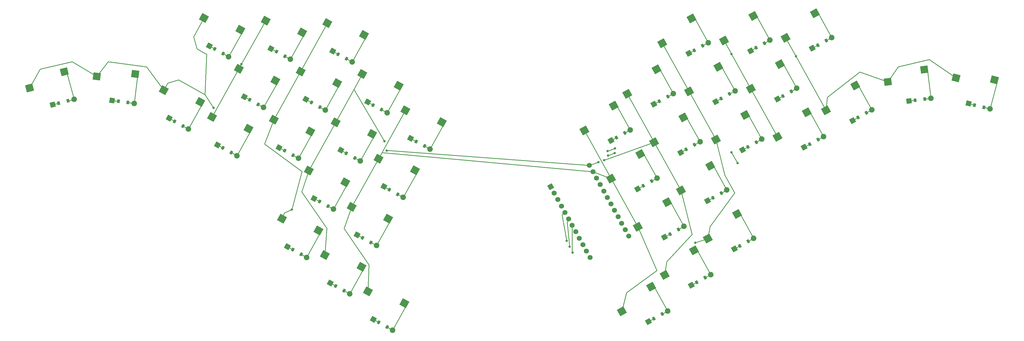
<source format=gbr>
%TF.GenerationSoftware,KiCad,Pcbnew,8.0.8-2.fc41*%
%TF.CreationDate,2025-01-20T23:27:37+01:00*%
%TF.ProjectId,laserraven_traced_and_silked_screws,6c617365-7272-4617-9665-6e5f74726163,1.0.0*%
%TF.SameCoordinates,Original*%
%TF.FileFunction,Copper,L2,Bot*%
%TF.FilePolarity,Positive*%
%FSLAX46Y46*%
G04 Gerber Fmt 4.6, Leading zero omitted, Abs format (unit mm)*
G04 Created by KiCad (PCBNEW 8.0.8-2.fc41) date 2025-01-20 23:27:37*
%MOMM*%
%LPD*%
G01*
G04 APERTURE LIST*
G04 Aperture macros list*
%AMRotRect*
0 Rectangle, with rotation*
0 The origin of the aperture is its center*
0 $1 length*
0 $2 width*
0 $3 Rotation angle, in degrees counterclockwise*
0 Add horizontal line*
21,1,$1,$2,0,0,$3*%
G04 Aperture macros list end*
%TA.AperFunction,SMDPad,CuDef*%
%ADD10RotRect,2.550000X2.500000X331.000000*%
%TD*%
%TA.AperFunction,ComponentPad*%
%ADD11RotRect,1.778000X1.778000X331.000000*%
%TD*%
%TA.AperFunction,SMDPad,CuDef*%
%ADD12RotRect,0.900000X1.200000X331.000000*%
%TD*%
%TA.AperFunction,ComponentPad*%
%ADD13C,1.905000*%
%TD*%
%TA.AperFunction,ComponentPad*%
%ADD14RotRect,1.778000X1.778000X29.000000*%
%TD*%
%TA.AperFunction,SMDPad,CuDef*%
%ADD15RotRect,0.900000X1.200000X29.000000*%
%TD*%
%TA.AperFunction,SMDPad,CuDef*%
%ADD16RotRect,2.550000X2.500000X29.000000*%
%TD*%
%TA.AperFunction,SMDPad,CuDef*%
%ADD17RotRect,2.550000X2.500000X14.000000*%
%TD*%
%TA.AperFunction,SMDPad,CuDef*%
%ADD18RotRect,2.550000X2.500000X7.500000*%
%TD*%
%TA.AperFunction,ComponentPad*%
%ADD19RotRect,1.778000X1.778000X352.500000*%
%TD*%
%TA.AperFunction,SMDPad,CuDef*%
%ADD20RotRect,0.900000X1.200000X352.500000*%
%TD*%
%TA.AperFunction,SMDPad,CuDef*%
%ADD21RotRect,2.550000X2.500000X346.000000*%
%TD*%
%TA.AperFunction,ComponentPad*%
%ADD22RotRect,1.778000X1.778000X14.000000*%
%TD*%
%TA.AperFunction,SMDPad,CuDef*%
%ADD23RotRect,0.900000X1.200000X14.000000*%
%TD*%
%TA.AperFunction,ComponentPad*%
%ADD24RotRect,1.752600X1.752600X299.000000*%
%TD*%
%TA.AperFunction,ComponentPad*%
%ADD25C,1.752600*%
%TD*%
%TA.AperFunction,SMDPad,CuDef*%
%ADD26RotRect,2.550000X2.500000X352.500000*%
%TD*%
%TA.AperFunction,ComponentPad*%
%ADD27RotRect,1.778000X1.778000X7.500000*%
%TD*%
%TA.AperFunction,SMDPad,CuDef*%
%ADD28RotRect,0.900000X1.200000X7.500000*%
%TD*%
%TA.AperFunction,ComponentPad*%
%ADD29RotRect,1.778000X1.778000X346.000000*%
%TD*%
%TA.AperFunction,SMDPad,CuDef*%
%ADD30RotRect,0.900000X1.200000X346.000000*%
%TD*%
%TA.AperFunction,ViaPad*%
%ADD31C,0.800000*%
%TD*%
%TA.AperFunction,Conductor*%
%ADD32C,0.250000*%
%TD*%
G04 APERTURE END LIST*
D10*
%TO.P,S12,1*%
%TO.N,P1*%
X156684203Y-139566678D03*
%TO.P,S12,2*%
%TO.N,index_top*%
X169221830Y-143612275D03*
%TD*%
D11*
%TO.P,D5,1*%
%TO.N,P14*%
X116070049Y-147398503D03*
D12*
X117959228Y-148445692D03*
%TO.P,D5,2*%
%TO.N,ring_home*%
X120845474Y-150045564D03*
D13*
X122734653Y-151092753D03*
%TD*%
D14*
%TO.P,D22,1*%
%TO.N,P7*%
X325192158Y-155590290D03*
D15*
X327081336Y-154543103D03*
%TO.P,D22,2*%
%TO.N,mirror_pinky_home*%
X329967582Y-152943225D03*
D13*
X331856760Y-151896038D03*
%TD*%
D14*
%TO.P,D33,1*%
%TO.N,P7*%
X251351963Y-179141602D03*
D15*
X253241141Y-178094415D03*
%TO.P,D33,2*%
%TO.N,mirror_inner_home*%
X256127387Y-176494537D03*
D13*
X258016565Y-175447350D03*
%TD*%
D10*
%TO.P,S3,1*%
%TO.N,P20*%
X88408119Y-145168082D03*
%TO.P,S3,2*%
%TO.N,pinky_home*%
X100945746Y-149213679D03*
%TD*%
D14*
%TO.P,D23,1*%
%TO.N,P8*%
X308574388Y-164801671D03*
D15*
X310463566Y-163754484D03*
%TO.P,D23,2*%
%TO.N,mirror_ring_bottom*%
X313349812Y-162154606D03*
D13*
X315238990Y-161107419D03*
%TD*%
D10*
%TO.P,S11,1*%
%TO.N,P1*%
X147472824Y-156184450D03*
%TO.P,S11,2*%
%TO.N,index_home*%
X160010451Y-160230047D03*
%TD*%
D16*
%TO.P,S23,1*%
%TO.N,P21*%
X299430686Y-161249218D03*
%TO.P,S23,2*%
%TO.N,mirror_ring_bottom*%
X309505479Y-152760549D03*
%TD*%
D10*
%TO.P,S5,1*%
%TO.N,P21*%
X114237278Y-137761693D03*
%TO.P,S5,2*%
%TO.N,ring_home*%
X126774905Y-141807290D03*
%TD*%
D11*
%TO.P,D17,1*%
%TO.N,P10*%
X130882835Y-199056818D03*
D12*
X132772014Y-200104007D03*
%TO.P,D17,2*%
%TO.N,out_thumb*%
X135658260Y-201703879D03*
D13*
X137547439Y-202751068D03*
%TD*%
D10*
%TO.P,S13,1*%
%TO.N,P0*%
X153036939Y-185337169D03*
%TO.P,S13,2*%
%TO.N,inner_bottom*%
X165574566Y-189382766D03*
%TD*%
D17*
%TO.P,S1,1*%
%TO.N,P20*%
X42280464Y-144333391D03*
%TO.P,S1,2*%
%TO.N,far_home*%
X54208994Y-138741517D03*
%TD*%
D11*
%TO.P,D19,1*%
%TO.N,P10*%
X160433829Y-224126693D03*
D12*
X162323008Y-225173882D03*
%TO.P,D19,2*%
%TO.N,in_thumb*%
X165209254Y-226773754D03*
D13*
X167098433Y-227820943D03*
%TD*%
D10*
%TO.P,S14,1*%
%TO.N,P0*%
X162248316Y-168719394D03*
%TO.P,S14,2*%
%TO.N,inner_home*%
X174785943Y-172764991D03*
%TD*%
D14*
%TO.P,D25,1*%
%TO.N,P6*%
X290151621Y-131566119D03*
D15*
X292040799Y-130518932D03*
%TO.P,D25,2*%
%TO.N,mirror_ring_top*%
X294927045Y-128919054D03*
D13*
X296816223Y-127871867D03*
%TD*%
D11*
%TO.P,D15,1*%
%TO.N,P15*%
X173292481Y-161738433D03*
D12*
X175181660Y-162785622D03*
%TO.P,D15,2*%
%TO.N,inner_top*%
X178067906Y-164385494D03*
D13*
X179957085Y-165432683D03*
%TD*%
D11*
%TO.P,D18,1*%
%TO.N,P10*%
X145658333Y-211591752D03*
D12*
X147547512Y-212638941D03*
%TO.P,D18,2*%
%TO.N,home_thumb*%
X150433758Y-214238813D03*
D13*
X152322937Y-215286002D03*
%TD*%
D14*
%TO.P,D31,1*%
%TO.N,P6*%
X256916079Y-149988889D03*
D15*
X258805257Y-148941702D03*
%TO.P,D31,2*%
%TO.N,mirror_index_top*%
X261691503Y-147341824D03*
D13*
X263580681Y-146294637D03*
%TD*%
D11*
%TO.P,D11,1*%
%TO.N,P14*%
X149305600Y-165821264D03*
D12*
X151194779Y-166868453D03*
%TO.P,D11,2*%
%TO.N,index_home*%
X154081025Y-168468325D03*
D13*
X155970204Y-169515514D03*
%TD*%
D14*
%TO.P,D26,1*%
%TO.N,P8*%
X287350922Y-165704165D03*
D15*
X289240100Y-164656978D03*
%TO.P,D26,2*%
%TO.N,mirror_middle_bottom*%
X292126346Y-163057100D03*
D13*
X294015524Y-162009913D03*
%TD*%
D16*
%TO.P,S27,1*%
%TO.N,P19*%
X268995838Y-145533943D03*
%TO.P,S27,2*%
%TO.N,mirror_middle_home*%
X279070631Y-137045274D03*
%TD*%
D10*
%TO.P,S9,1*%
%TO.N,P19*%
X144672121Y-122046417D03*
%TO.P,S9,2*%
%TO.N,middle_top*%
X157209748Y-126092014D03*
%TD*%
D16*
%TO.P,S37,1*%
%TO.N,P1*%
X260631023Y-208824699D03*
%TO.P,S37,2*%
%TO.N,mirror_home_thumb*%
X270705816Y-200336030D03*
%TD*%
D10*
%TO.P,S17,1*%
%TO.N,P19*%
X129050058Y-189420008D03*
%TO.P,S17,2*%
%TO.N,out_thumb*%
X141587685Y-193465605D03*
%TD*%
D14*
%TO.P,D27,1*%
%TO.N,P7*%
X278139539Y-149086392D03*
D15*
X280028717Y-148039205D03*
%TO.P,D27,2*%
%TO.N,mirror_middle_home*%
X282914963Y-146439327D03*
D13*
X284804141Y-145392140D03*
%TD*%
D14*
%TO.P,D32,1*%
%TO.N,P8*%
X260563342Y-195759372D03*
D15*
X262452520Y-194712185D03*
%TO.P,D32,2*%
%TO.N,mirror_inner_bottom*%
X265338766Y-193112307D03*
D13*
X267227944Y-192065120D03*
%TD*%
D10*
%TO.P,S7,1*%
%TO.N,P19*%
X126249360Y-155281963D03*
%TO.P,S7,2*%
%TO.N,middle_bottom*%
X138786987Y-159327560D03*
%TD*%
D16*
%TO.P,S33,1*%
%TO.N,P0*%
X242208257Y-175589147D03*
%TO.P,S33,2*%
%TO.N,mirror_inner_home*%
X252283050Y-167100478D03*
%TD*%
D18*
%TO.P,S21,1*%
%TO.N,P20*%
X337377641Y-142221494D03*
%TO.P,S21,2*%
%TO.N,mirror_mid_home*%
X349862513Y-138015910D03*
%TD*%
D16*
%TO.P,S22,1*%
%TO.N,P20*%
X316048460Y-152037836D03*
%TO.P,S22,2*%
%TO.N,mirror_pinky_home*%
X326123253Y-143549167D03*
%TD*%
D11*
%TO.P,D7,1*%
%TO.N,P16*%
X128082135Y-164918774D03*
D12*
X129971314Y-165965963D03*
%TO.P,D7,2*%
%TO.N,middle_bottom*%
X132857560Y-167565835D03*
D13*
X134746739Y-168613024D03*
%TD*%
D16*
%TO.P,S25,1*%
%TO.N,P21*%
X281007921Y-128013671D03*
%TO.P,S25,2*%
%TO.N,mirror_ring_top*%
X291082714Y-119525002D03*
%TD*%
D10*
%TO.P,S6,1*%
%TO.N,P21*%
X123448657Y-121143914D03*
%TO.P,S6,2*%
%TO.N,ring_top*%
X135986284Y-125189511D03*
%TD*%
D16*
%TO.P,S24,1*%
%TO.N,P21*%
X290219301Y-144631441D03*
%TO.P,S24,2*%
%TO.N,mirror_ring_home*%
X300294094Y-136142772D03*
%TD*%
D10*
%TO.P,S10,1*%
%TO.N,P1*%
X138261444Y-172802235D03*
%TO.P,S10,2*%
%TO.N,index_bottom*%
X150799071Y-176847832D03*
%TD*%
D19*
%TO.P,D2,1*%
%TO.N,P16*%
X70660677Y-148666478D03*
D20*
X72802196Y-148948417D03*
%TO.P,D2,2*%
%TO.N,mid_home*%
X76073968Y-149379149D03*
D13*
X78215487Y-149661088D03*
%TD*%
D16*
%TO.P,S29,1*%
%TO.N,P1*%
X266195137Y-179671985D03*
%TO.P,S29,2*%
%TO.N,mirror_index_bottom*%
X276269930Y-171183316D03*
%TD*%
D14*
%TO.P,D34,1*%
%TO.N,P6*%
X242140580Y-162523824D03*
D15*
X244029758Y-161476637D03*
%TO.P,D34,2*%
%TO.N,mirror_inner_top*%
X246916004Y-159876759D03*
D13*
X248805182Y-158829572D03*
%TD*%
D14*
%TO.P,D38,1*%
%TO.N,P9*%
X254999229Y-224912082D03*
D15*
X256888407Y-223864895D03*
%TO.P,D38,2*%
%TO.N,mirror_in_thumb*%
X259774653Y-222265017D03*
D13*
X261663831Y-221217830D03*
%TD*%
D21*
%TO.P,S20,1*%
%TO.N,P20*%
X360820386Y-140905363D03*
%TO.P,S20,2*%
%TO.N,mirror_far_home*%
X373977880Y-141568137D03*
%TD*%
D11*
%TO.P,D8,1*%
%TO.N,P14*%
X137293513Y-148300998D03*
D12*
X139182692Y-149348187D03*
%TO.P,D8,2*%
%TO.N,middle_home*%
X142068938Y-150948059D03*
D13*
X143958117Y-151995248D03*
%TD*%
D16*
%TO.P,S34,1*%
%TO.N,P0*%
X232996873Y-158971374D03*
%TO.P,S34,2*%
%TO.N,mirror_inner_top*%
X243071666Y-150482705D03*
%TD*%
D10*
%TO.P,S4,1*%
%TO.N,P21*%
X105025890Y-154379466D03*
%TO.P,S4,2*%
%TO.N,ring_bottom*%
X117563517Y-158425063D03*
%TD*%
D11*
%TO.P,D6,1*%
%TO.N,P15*%
X125281435Y-130780731D03*
D12*
X127170614Y-131827920D03*
%TO.P,D6,2*%
%TO.N,ring_top*%
X130056860Y-133427792D03*
D13*
X131946039Y-134474981D03*
%TD*%
D11*
%TO.P,D3,1*%
%TO.N,P14*%
X90240895Y-154804896D03*
D12*
X92130074Y-155852085D03*
%TO.P,D3,2*%
%TO.N,pinky_home*%
X95016320Y-157451957D03*
D13*
X96905499Y-158499146D03*
%TD*%
D16*
%TO.P,S32,1*%
%TO.N,P0*%
X251419641Y-192206920D03*
%TO.P,S32,2*%
%TO.N,mirror_inner_bottom*%
X261494434Y-183718251D03*
%TD*%
D10*
%TO.P,S16,1*%
%TO.N,P20*%
X102225194Y-120241422D03*
%TO.P,S16,2*%
%TO.N,ring_midtop*%
X114762821Y-124287019D03*
%TD*%
D14*
%TO.P,D36,1*%
%TO.N,P9*%
X284550224Y-199842213D03*
D15*
X286439402Y-198795026D03*
%TO.P,D36,2*%
%TO.N,mirror_out_thumb*%
X289325648Y-197195148D03*
D13*
X291214826Y-196147961D03*
%TD*%
D11*
%TO.P,D9,1*%
%TO.N,P15*%
X146504902Y-131683224D03*
D12*
X148394081Y-132730413D03*
%TO.P,D9,2*%
%TO.N,middle_top*%
X151280327Y-134330285D03*
D13*
X153169506Y-135377474D03*
%TD*%
D16*
%TO.P,S28,1*%
%TO.N,P19*%
X259784455Y-128916168D03*
%TO.P,S28,2*%
%TO.N,mirror_middle_top*%
X269859248Y-120427499D03*
%TD*%
D11*
%TO.P,D12,1*%
%TO.N,P15*%
X158516981Y-149203489D03*
D12*
X160406160Y-150250678D03*
%TO.P,D12,2*%
%TO.N,index_top*%
X163292406Y-151850550D03*
D13*
X165181585Y-152897739D03*
%TD*%
D11*
%TO.P,D16,1*%
%TO.N,P15*%
X104057969Y-129878234D03*
D12*
X105947148Y-130925423D03*
%TO.P,D16,2*%
%TO.N,ring_midtop*%
X108833394Y-132525295D03*
D13*
X110722573Y-133572484D03*
%TD*%
D11*
%TO.P,D13,1*%
%TO.N,P16*%
X154869716Y-194973975D03*
D12*
X156758895Y-196021164D03*
%TO.P,D13,2*%
%TO.N,inner_bottom*%
X159645141Y-197621036D03*
D13*
X161534320Y-198668225D03*
%TD*%
D14*
%TO.P,D24,1*%
%TO.N,P7*%
X299363006Y-148183896D03*
D15*
X301252184Y-147136709D03*
%TO.P,D24,2*%
%TO.N,mirror_ring_home*%
X304138430Y-145536831D03*
D13*
X306027608Y-144489644D03*
%TD*%
D16*
%TO.P,S26,1*%
%TO.N,P19*%
X278207222Y-162151714D03*
%TO.P,S26,2*%
%TO.N,mirror_middle_bottom*%
X288282015Y-153663045D03*
%TD*%
D10*
%TO.P,S19,1*%
%TO.N,P0*%
X158601058Y-214489884D03*
%TO.P,S19,2*%
%TO.N,in_thumb*%
X171138685Y-218535481D03*
%TD*%
D14*
%TO.P,D28,1*%
%TO.N,P6*%
X268928157Y-132468618D03*
D15*
X270817335Y-131421431D03*
%TO.P,D28,2*%
%TO.N,mirror_middle_top*%
X273703581Y-129821553D03*
D13*
X275592759Y-128774366D03*
%TD*%
D16*
%TO.P,S30,1*%
%TO.N,P1*%
X256983756Y-163054210D03*
%TO.P,S30,2*%
%TO.N,mirror_index_home*%
X267058549Y-154565541D03*
%TD*%
D22*
%TO.P,D1,1*%
%TO.N,P10*%
X50193164Y-150131367D03*
D23*
X52289001Y-149608815D03*
%TO.P,D1,2*%
%TO.N,far_home*%
X55490981Y-148810475D03*
D13*
X57586818Y-148287923D03*
%TD*%
D14*
%TO.P,D35,1*%
%TO.N,P6*%
X311375089Y-130663627D03*
D15*
X313264267Y-129616440D03*
%TO.P,D35,2*%
%TO.N,mirror_ring_midtop*%
X316150513Y-128016562D03*
D13*
X318039691Y-126969375D03*
%TD*%
D16*
%TO.P,S35,1*%
%TO.N,P20*%
X302231388Y-127111169D03*
%TO.P,S35,2*%
%TO.N,mirror_ring_midtop*%
X312306181Y-118622500D03*
%TD*%
D10*
%TO.P,S15,1*%
%TO.N,P0*%
X171459704Y-152101620D03*
%TO.P,S15,2*%
%TO.N,inner_top*%
X183997331Y-156147217D03*
%TD*%
D24*
%TO.P,MCU1,1*%
%TO.N,RAW*%
X221423463Y-178386551D03*
D25*
%TO.P,MCU1,2*%
%TO.N,GND*%
X222654880Y-180608086D03*
%TO.P,MCU1,3*%
%TO.N,RST*%
X223886295Y-182829619D03*
%TO.P,MCU1,4*%
%TO.N,VCC*%
X225117714Y-185051154D03*
%TO.P,MCU1,5*%
%TO.N,P21*%
X226349129Y-187272685D03*
%TO.P,MCU1,6*%
%TO.N,P20*%
X227580546Y-189494220D03*
%TO.P,MCU1,7*%
%TO.N,P19*%
X228811962Y-191715754D03*
%TO.P,MCU1,8*%
%TO.N,P18*%
X230043378Y-193937289D03*
%TO.P,MCU1,9*%
%TO.N,P15*%
X231274795Y-196158822D03*
%TO.P,MCU1,10*%
%TO.N,P14*%
X232506210Y-198380358D03*
%TO.P,MCU1,11*%
%TO.N,P16*%
X233737628Y-200601892D03*
%TO.P,MCU1,12*%
%TO.N,P10*%
X234969044Y-202823426D03*
%TO.P,MCU1,13*%
%TO.N,P1*%
X234752668Y-170998052D03*
%TO.P,MCU1,14*%
%TO.N,P0*%
X235984084Y-173219586D03*
%TO.P,MCU1,15*%
%TO.N,GND*%
X237215502Y-175441120D03*
%TO.P,MCU1,16*%
X238446917Y-177662656D03*
%TO.P,MCU1,17*%
%TO.N,P2*%
X239678334Y-179884189D03*
%TO.P,MCU1,18*%
%TO.N,P3*%
X240909750Y-182105724D03*
%TO.P,MCU1,19*%
%TO.N,P4*%
X242141166Y-184327258D03*
%TO.P,MCU1,20*%
%TO.N,P5*%
X243372583Y-186548793D03*
%TO.P,MCU1,21*%
%TO.N,P6*%
X244603998Y-188770324D03*
%TO.P,MCU1,22*%
%TO.N,P7*%
X245835417Y-190991859D03*
%TO.P,MCU1,23*%
%TO.N,P8*%
X247066832Y-193213392D03*
%TO.P,MCU1,24*%
%TO.N,P9*%
X248298249Y-195434927D03*
%TD*%
D26*
%TO.P,S2,1*%
%TO.N,P20*%
X65423528Y-140371936D03*
%TO.P,S2,2*%
%TO.N,mid_home*%
X78571473Y-139540979D03*
%TD*%
D11*
%TO.P,D10,1*%
%TO.N,P16*%
X140094219Y-182439047D03*
D12*
X141983398Y-183486236D03*
%TO.P,D10,2*%
%TO.N,index_bottom*%
X144869644Y-185086108D03*
D13*
X146758823Y-186133297D03*
%TD*%
D27*
%TO.P,D21,1*%
%TO.N,P8*%
X344583123Y-148877932D03*
D28*
X346724641Y-148595994D03*
%TO.P,D21,2*%
%TO.N,mirror_mid_home*%
X349996415Y-148165260D03*
D13*
X352137933Y-147883322D03*
%TD*%
D16*
%TO.P,S38,1*%
%TO.N,P0*%
X245855529Y-221359634D03*
%TO.P,S38,2*%
%TO.N,mirror_in_thumb*%
X255930322Y-212870965D03*
%TD*%
D10*
%TO.P,S8,1*%
%TO.N,P19*%
X135460740Y-138664187D03*
%TO.P,S8,2*%
%TO.N,middle_home*%
X147998367Y-142709784D03*
%TD*%
D16*
%TO.P,S31,1*%
%TO.N,P1*%
X247772370Y-146436436D03*
%TO.P,S31,2*%
%TO.N,mirror_index_top*%
X257847163Y-137947767D03*
%TD*%
D11*
%TO.P,D4,1*%
%TO.N,P16*%
X106858669Y-164016275D03*
D12*
X108747848Y-165063464D03*
%TO.P,D4,2*%
%TO.N,ring_bottom*%
X111634094Y-166663336D03*
D13*
X113523273Y-167710525D03*
%TD*%
D14*
%TO.P,D29,1*%
%TO.N,P8*%
X275338843Y-183224439D03*
D15*
X277228021Y-182177252D03*
%TO.P,D29,2*%
%TO.N,mirror_index_bottom*%
X280114267Y-180577374D03*
D13*
X282003445Y-179530187D03*
%TD*%
D14*
%TO.P,D37,1*%
%TO.N,P9*%
X269774728Y-212377146D03*
D15*
X271663906Y-211329959D03*
%TO.P,D37,2*%
%TO.N,mirror_home_thumb*%
X274550152Y-209730081D03*
D13*
X276439330Y-208682894D03*
%TD*%
D10*
%TO.P,S18,1*%
%TO.N,P1*%
X143825554Y-201954943D03*
%TO.P,S18,2*%
%TO.N,home_thumb*%
X156363181Y-206000540D03*
%TD*%
D11*
%TO.P,D14,1*%
%TO.N,P14*%
X164081096Y-178356202D03*
D12*
X165970275Y-179403391D03*
%TO.P,D14,2*%
%TO.N,inner_home*%
X168856521Y-181003263D03*
D13*
X170745700Y-182050452D03*
%TD*%
D29*
%TO.P,D20,1*%
%TO.N,P9*%
X365084899Y-149739452D03*
D30*
X367180737Y-150262004D03*
%TO.P,D20,2*%
%TO.N,mirror_far_home*%
X370382715Y-151060344D03*
D13*
X372478553Y-151582896D03*
%TD*%
D14*
%TO.P,D30,1*%
%TO.N,P7*%
X266127457Y-166606664D03*
D15*
X268016635Y-165559477D03*
%TO.P,D30,2*%
%TO.N,mirror_index_home*%
X270902881Y-163959599D03*
D13*
X272792059Y-162912412D03*
%TD*%
D16*
%TO.P,S36,1*%
%TO.N,P19*%
X275406520Y-196289758D03*
%TO.P,S36,2*%
%TO.N,mirror_out_thumb*%
X285481313Y-187801089D03*
%TD*%
D31*
%TO.N,P20*%
X243468733Y-166796782D03*
X227930943Y-199064595D03*
X305732255Y-133426903D03*
X241175722Y-167610475D03*
X105530944Y-151264594D03*
%TO.N,P21*%
X243489698Y-165184465D03*
X226930944Y-197064593D03*
X283557090Y-132684558D03*
X115118455Y-136171992D03*
X241021763Y-166095122D03*
%TO.N,P19*%
X228930944Y-201064594D03*
X271101543Y-197671169D03*
X132471918Y-186309160D03*
%TO.N,P1*%
X164268830Y-162773728D03*
X165029450Y-165939398D03*
X237871167Y-169899561D03*
X239814331Y-169279791D03*
%TO.N,P9*%
X283563693Y-166524182D03*
X285651630Y-170290920D03*
%TD*%
D32*
%TO.N,P20*%
X102557340Y-146631487D02*
X105530944Y-151264594D01*
X69289678Y-135279713D02*
X82462048Y-137093180D01*
X316048460Y-152037838D02*
X316508355Y-147576643D01*
X227130944Y-190664595D02*
X227580545Y-189494220D01*
X89811692Y-142635972D02*
X88408121Y-145168083D01*
X340858819Y-137051681D02*
X351584219Y-134536558D01*
X99822783Y-130938105D02*
X103146338Y-132780381D01*
X56934930Y-135291490D02*
X65423527Y-140371936D01*
X327686451Y-138865146D02*
X337377641Y-142221492D01*
X102225197Y-120241421D02*
X98620353Y-126744731D01*
X337377641Y-142221492D02*
X340858819Y-137051681D01*
X227580545Y-189494220D02*
X227530944Y-189543820D01*
X103146338Y-132780381D02*
X102557340Y-146631487D01*
X93461297Y-141589466D02*
X89811692Y-142635972D01*
X45903569Y-137866197D02*
X56934930Y-135291490D01*
X227930943Y-199064595D02*
X227130944Y-190664595D01*
X65423527Y-140371936D02*
X69289678Y-135279713D01*
X351584219Y-134536558D02*
X360820387Y-140905364D01*
X82462048Y-137093180D02*
X88408121Y-145168083D01*
X243468733Y-166796782D02*
X241175722Y-167610475D01*
X316508355Y-147576643D02*
X327686451Y-138865146D01*
X305732255Y-133426903D02*
X316048461Y-152037829D01*
X102557340Y-146631487D02*
X93461297Y-141589466D01*
X98620353Y-126744731D02*
X99822783Y-130938105D01*
X42280463Y-144333393D02*
X45903569Y-137866197D01*
X302231387Y-127111169D02*
X305732255Y-133426903D01*
X316048461Y-152037829D02*
X316048457Y-152037838D01*
%TO.N,far_home*%
X55178915Y-139301505D02*
X57586821Y-148287922D01*
X54208999Y-138741517D02*
X55178915Y-139301505D01*
X57586821Y-148287922D02*
X55537150Y-148837130D01*
X55537150Y-148837130D02*
X55490982Y-148810474D01*
%TO.N,mid_home*%
X76090378Y-149400158D02*
X76073968Y-149379160D01*
X79337665Y-140521661D02*
X78215489Y-149661095D01*
X78215489Y-149661095D02*
X76090378Y-149400158D01*
X78571469Y-139540976D02*
X79337665Y-140521661D01*
%TO.N,pinky_home*%
X96905499Y-158499154D02*
X95016322Y-157451957D01*
X95016322Y-157451957D02*
X95016315Y-157451959D01*
X101323083Y-150529613D02*
X96905499Y-158499154D01*
X100945744Y-149213677D02*
X101323083Y-150529613D01*
%TO.N,P21*%
X115294041Y-135855230D02*
X105025892Y-154379462D01*
X105025892Y-154379462D02*
X105025893Y-154379460D01*
X226930944Y-197064593D02*
X225330944Y-188064593D01*
X241021763Y-166095122D02*
X243489698Y-165184465D01*
X281007921Y-128013674D02*
X283570709Y-132637062D01*
X283570709Y-132637062D02*
X283557090Y-132684558D01*
X225330944Y-188064593D02*
X226349128Y-187272685D01*
X123448658Y-121143912D02*
X115294041Y-135855230D01*
X283557090Y-132684558D02*
X283604586Y-132698178D01*
X283604586Y-132698178D02*
X299430686Y-161249218D01*
%TO.N,ring_bottom*%
X117940854Y-159740995D02*
X113523272Y-167710529D01*
X117563521Y-158425064D02*
X117940854Y-159740995D01*
X111634092Y-166663338D02*
X111634092Y-166663335D01*
X113523272Y-167710529D02*
X111634092Y-166663338D01*
%TO.N,ring_home*%
X127152238Y-143123216D02*
X122734656Y-151092752D01*
X120845475Y-150045564D02*
X122734656Y-151092752D01*
X126774905Y-141807291D02*
X127152238Y-143123216D01*
%TO.N,ring_top*%
X135986284Y-125189516D02*
X136363623Y-126505445D01*
X131946036Y-134474981D02*
X130056858Y-133427786D01*
X136363623Y-126505445D02*
X131946036Y-134474981D01*
X130056858Y-133427786D02*
X130056858Y-133427790D01*
%TO.N,P19*%
X228811962Y-200945611D02*
X228930944Y-201064594D01*
X126249362Y-155281961D02*
X123048328Y-163706599D01*
X278207221Y-162151713D02*
X278207221Y-162151713D01*
X228811962Y-191715756D02*
X228811962Y-200945611D01*
X144672121Y-122046414D02*
X126249359Y-155281958D01*
X276235261Y-192081451D02*
X275406519Y-196289758D01*
X132471918Y-186309160D02*
X135897698Y-173115828D01*
X129899116Y-187398411D02*
X132471918Y-186309160D01*
X259784457Y-128916166D02*
X278207221Y-162151713D01*
X275406519Y-196289758D02*
X271101543Y-197671169D01*
X284696462Y-180531209D02*
X276235261Y-192081451D01*
X281302793Y-174408871D02*
X284696462Y-180531209D01*
X129899116Y-187398411D02*
X129050061Y-189420009D01*
X126249359Y-155281958D02*
X126249362Y-155281961D01*
X123048328Y-163706599D02*
X135897698Y-173115828D01*
X278207222Y-162151714D02*
X281302793Y-174408871D01*
%TO.N,middle_bottom*%
X134746739Y-168613025D02*
X132857560Y-167565836D01*
X138786988Y-159327563D02*
X139164321Y-160643490D01*
X139164321Y-160643490D02*
X134746739Y-168613025D01*
X132857560Y-167565836D02*
X132857560Y-167565836D01*
%TO.N,middle_home*%
X142068944Y-150948057D02*
X142068944Y-150948057D01*
X143958118Y-151995245D02*
X142068944Y-150948057D01*
X148375705Y-144025715D02*
X143958118Y-151995245D01*
X147998365Y-142709782D02*
X148375705Y-144025715D01*
%TO.N,middle_top*%
X153169501Y-135377478D02*
X151280328Y-134330286D01*
X157209749Y-126092012D02*
X157587090Y-127407941D01*
X151280328Y-134330286D02*
X151280328Y-134330281D01*
X157587090Y-127407941D02*
X153169501Y-135377478D01*
%TO.N,P1*%
X166369880Y-165996397D02*
X165029450Y-165939398D01*
X156684203Y-139566679D02*
X153765532Y-144832102D01*
X239814331Y-169279791D02*
X256983757Y-163054209D01*
X144463709Y-192727646D02*
X135865586Y-180186823D01*
X138261440Y-172802219D02*
X138261444Y-172802235D01*
X143825554Y-201954941D02*
X144463709Y-192727646D01*
X237871167Y-169899561D02*
X234752665Y-170998052D01*
X247772370Y-146436436D02*
X266195136Y-179671985D01*
X261265841Y-204266541D02*
X260631022Y-208824697D01*
X266195136Y-179671985D02*
X269996964Y-194853387D01*
X135865586Y-180186823D02*
X138261444Y-172802235D01*
X153765532Y-144832102D02*
X164268830Y-162773728D01*
X153765532Y-144832102D02*
X138261440Y-172802219D01*
X269996964Y-194853387D02*
X261265841Y-204266541D01*
X234752665Y-170998052D02*
X166369880Y-165996397D01*
X266195136Y-179671985D02*
X266195138Y-179671984D01*
%TO.N,index_bottom*%
X150799070Y-176847831D02*
X151176406Y-178163765D01*
X144869644Y-185086102D02*
X144869644Y-185086102D01*
X146758823Y-186133298D02*
X144869644Y-185086102D01*
X151176406Y-178163765D02*
X146758823Y-186133298D01*
%TO.N,index_home*%
X154081025Y-168468328D02*
X154081023Y-168468329D01*
X160387791Y-161545982D02*
X155970204Y-169515516D01*
X160010456Y-160230059D02*
X160387791Y-161545982D01*
X155970204Y-169515516D02*
X154081025Y-168468328D01*
%TO.N,index_top*%
X169221835Y-143612281D02*
X169599169Y-144928209D01*
X163292410Y-151850552D02*
X163292407Y-151850552D01*
X169599169Y-144928209D02*
X165181586Y-152897741D01*
X165181586Y-152897741D02*
X163292410Y-151850552D01*
%TO.N,P0*%
X150369200Y-192799724D02*
X153036940Y-185337166D01*
X232996874Y-158971375D02*
X251419636Y-192206921D01*
X245855529Y-221359635D02*
X247482887Y-214879280D01*
X158967322Y-205340549D02*
X150369200Y-192799724D01*
X251419641Y-192206920D02*
X257902325Y-207274323D01*
X171459706Y-152101620D02*
X163402054Y-166638015D01*
X235984083Y-173219589D02*
X163402054Y-166638015D01*
X163402054Y-166638015D02*
X153036940Y-185337166D01*
X158601061Y-214489882D02*
X158967322Y-205340549D01*
X257902325Y-207274323D02*
X247482887Y-214879280D01*
X171459706Y-152101616D02*
X171459706Y-152101620D01*
X242208256Y-175589148D02*
X235984083Y-173219589D01*
%TO.N,inner_bottom*%
X165574569Y-189382766D02*
X165951901Y-190698698D01*
X161534320Y-198668235D02*
X159645143Y-197621040D01*
X159645143Y-197621040D02*
X159645141Y-197621039D01*
X165951901Y-190698698D02*
X161534320Y-198668235D01*
%TO.N,inner_home*%
X168856520Y-181003266D02*
X168856521Y-181003264D01*
X175163286Y-174080923D02*
X170745698Y-182050455D01*
X170745698Y-182050455D02*
X168856520Y-181003266D01*
X174785948Y-172764989D02*
X175163286Y-174080923D01*
%TO.N,inner_top*%
X184374664Y-157463146D02*
X179957081Y-165432686D01*
X179957081Y-165432686D02*
X178067903Y-164385493D01*
X178067903Y-164385493D02*
X178067905Y-164385489D01*
X183997335Y-156147217D02*
X184374664Y-157463146D01*
%TO.N,ring_midtop*%
X108833390Y-132525293D02*
X108833391Y-132525293D01*
X110722572Y-133572483D02*
X108833390Y-132525293D01*
X115140158Y-125602945D02*
X110722572Y-133572483D01*
X114762819Y-124287021D02*
X115140158Y-125602945D01*
%TO.N,out_thumb*%
X135658262Y-201703881D02*
X135658260Y-201703877D01*
X141965023Y-194781533D02*
X137547441Y-202751064D01*
X137547441Y-202751064D02*
X135658262Y-201703881D01*
X141587683Y-193465605D02*
X141965023Y-194781533D01*
%TO.N,home_thumb*%
X156740521Y-207316472D02*
X152322939Y-215286006D01*
X156363185Y-206000543D02*
X156740521Y-207316472D01*
X150433755Y-214238818D02*
X150433756Y-214238822D01*
X152322939Y-215286006D02*
X150433755Y-214238818D01*
%TO.N,in_thumb*%
X171516019Y-219851409D02*
X167098432Y-227820946D01*
X167098432Y-227820946D02*
X165209256Y-226773753D01*
X165209256Y-226773753D02*
X165209258Y-226773753D01*
X171138678Y-218535482D02*
X171516019Y-219851409D01*
%TO.N,mirror_far_home*%
X374786651Y-142968966D02*
X372478553Y-151582895D01*
X370428887Y-151033690D02*
X370382717Y-151060343D01*
X373977881Y-141568137D02*
X374786651Y-142968966D01*
X372478553Y-151582895D02*
X370428887Y-151033690D01*
%TO.N,mirror_mid_home*%
X349862512Y-138015908D02*
X351039250Y-138935277D01*
X350012828Y-148144252D02*
X349996414Y-148165262D01*
X351039250Y-138935277D02*
X352137932Y-147883321D01*
X352137932Y-147883321D02*
X350012828Y-148144252D01*
%TO.N,mirror_pinky_home*%
X329967582Y-152943223D02*
X331856761Y-151896036D01*
X327439182Y-143926500D02*
X331856769Y-151896033D01*
X326123254Y-143549164D02*
X327439182Y-143926500D01*
%TO.N,mirror_ring_bottom*%
X309505479Y-152760546D02*
X309513451Y-152756127D01*
X313349811Y-162154604D02*
X315238988Y-161107418D01*
X309505479Y-152760546D02*
X310821403Y-153137883D01*
X309513451Y-152756127D02*
X310966436Y-153172762D01*
X310821403Y-153137883D02*
X315238994Y-161107420D01*
%TO.N,mirror_ring_home*%
X301610021Y-136520110D02*
X306027611Y-144489650D01*
X300294097Y-136142773D02*
X301610021Y-136520110D01*
X304138426Y-145536832D02*
X304138430Y-145536834D01*
X306027611Y-144489650D02*
X304138426Y-145536832D01*
%TO.N,mirror_ring_top*%
X291082710Y-119524998D02*
X292398645Y-119902337D01*
X296816222Y-127871874D02*
X294927049Y-128919060D01*
X292398645Y-119902337D02*
X296816222Y-127871874D01*
X294927049Y-128919060D02*
X294927049Y-128919061D01*
%TO.N,mirror_middle_bottom*%
X288282014Y-153663046D02*
X289597943Y-154040384D01*
X292126346Y-163057102D02*
X292126345Y-163057109D01*
X289597943Y-154040384D02*
X294015528Y-162009917D01*
X294015528Y-162009917D02*
X292126346Y-163057102D01*
%TO.N,mirror_middle_home*%
X284804145Y-145392140D02*
X282914963Y-146439328D01*
X280386558Y-137422605D02*
X284804145Y-145392140D01*
X282914963Y-146439328D02*
X282914963Y-146439328D01*
X279070628Y-137045268D02*
X280386558Y-137422605D01*
%TO.N,mirror_middle_top*%
X273703582Y-129821552D02*
X273703582Y-129821552D01*
X275592757Y-128774366D02*
X273703582Y-129821552D01*
X269859252Y-120427495D02*
X271175177Y-120804834D01*
X271175177Y-120804834D02*
X275592757Y-128774366D01*
%TO.N,mirror_index_bottom*%
X276269930Y-171183320D02*
X277585861Y-171560648D01*
X282003448Y-179530182D02*
X280114265Y-180577372D01*
X277585861Y-171560648D02*
X282003448Y-179530182D01*
X280114265Y-180577372D02*
X280114269Y-180577373D01*
%TO.N,mirror_index_home*%
X272792061Y-162912410D02*
X270902876Y-163959601D01*
X268374475Y-154942871D02*
X272792061Y-162912410D01*
X270902876Y-163959601D02*
X270902876Y-163959601D01*
X267058548Y-154565538D02*
X268374475Y-154942871D01*
%TO.N,mirror_index_top*%
X261691495Y-147341823D02*
X261691499Y-147341830D01*
X259163096Y-138325104D02*
X263580679Y-146294631D01*
X257847165Y-137947766D02*
X259163096Y-138325104D01*
X263580679Y-146294631D02*
X261691495Y-147341823D01*
%TO.N,mirror_inner_bottom*%
X261494432Y-183718246D02*
X262810364Y-184095584D01*
X265338769Y-193112311D02*
X265338764Y-193112313D01*
X267227946Y-192065123D02*
X265338769Y-193112311D01*
X262810364Y-184095584D02*
X267227946Y-192065123D01*
%TO.N,mirror_inner_home*%
X256127387Y-176494534D02*
X256127382Y-176494540D01*
X252283049Y-167100477D02*
X253598976Y-167477815D01*
X253598976Y-167477815D02*
X258016564Y-175447349D01*
X258016564Y-175447349D02*
X256127387Y-176494534D01*
%TO.N,mirror_inner_top*%
X246916001Y-159876759D02*
X246916000Y-159876764D01*
X243071671Y-150482709D02*
X244387594Y-150860042D01*
X244387594Y-150860042D02*
X248805180Y-158829574D01*
X248805180Y-158829574D02*
X246916001Y-159876759D01*
%TO.N,mirror_ring_midtop*%
X312306182Y-118622506D02*
X313622109Y-118999841D01*
X318039693Y-126969377D02*
X318039692Y-126969377D01*
X318039692Y-126969377D02*
X316150514Y-128016565D01*
X313622109Y-118999841D02*
X318039693Y-126969377D01*
%TO.N,mirror_out_thumb*%
X291214827Y-196147958D02*
X289325642Y-197195149D01*
X289325642Y-197195149D02*
X289325648Y-197195154D01*
X285481310Y-187801084D02*
X286797241Y-188178423D01*
X286797241Y-188178423D02*
X291214827Y-196147958D01*
%TO.N,mirror_home_thumb*%
X274550146Y-209730082D02*
X274550148Y-209730086D01*
X270705814Y-200336031D02*
X272021746Y-200713361D01*
X276439327Y-208682896D02*
X274550146Y-209730082D01*
X272021746Y-200713361D02*
X276439327Y-208682896D01*
%TO.N,mirror_in_thumb*%
X259774650Y-222265022D02*
X259774650Y-222265022D01*
X257246244Y-213248302D02*
X261663827Y-221217836D01*
X255930316Y-212870969D02*
X257246244Y-213248302D01*
X261663827Y-221217836D02*
X259774650Y-222265022D01*
%TO.N,P10*%
X147547509Y-212638943D02*
X145658332Y-211591756D01*
X145658332Y-211591756D02*
X145658332Y-211591756D01*
X50239331Y-150158023D02*
X50193165Y-150131368D01*
X162323009Y-225173881D02*
X160433831Y-224126694D01*
X130882833Y-199056818D02*
X130882833Y-199056818D01*
X52289001Y-149608811D02*
X50239331Y-150158023D01*
X132772012Y-200104009D02*
X130882833Y-199056818D01*
X160433831Y-224126694D02*
X160433828Y-224126691D01*
%TO.N,P16*%
X70677091Y-148687489D02*
X70660674Y-148666482D01*
X108747846Y-165063468D02*
X106858665Y-164016277D01*
X72802194Y-148948415D02*
X70677091Y-148687489D01*
X154869716Y-194973978D02*
X154869716Y-194973978D01*
X129971318Y-165965961D02*
X128082137Y-164918774D01*
X140094221Y-182439049D02*
X140094217Y-182439043D01*
X128082137Y-164918774D02*
X128082132Y-164918775D01*
X141983397Y-183486234D02*
X140094221Y-182439049D01*
X106858665Y-164016277D02*
X106858669Y-164016279D01*
X156758896Y-196021169D02*
X154869716Y-194973978D01*
%TO.N,P14*%
X164081097Y-178356205D02*
X164081095Y-178356203D01*
X117959230Y-148445691D02*
X116070050Y-147398503D01*
X165970274Y-179403399D02*
X164081097Y-178356205D01*
X149305601Y-165821266D02*
X149305601Y-165821266D01*
X92130073Y-155852082D02*
X90240891Y-154804898D01*
X151194780Y-166868457D02*
X149305601Y-165821266D01*
X139182697Y-149348181D02*
X137293521Y-148300999D01*
X137293521Y-148300999D02*
X137293517Y-148300994D01*
X90240891Y-154804898D02*
X90240891Y-154804891D01*
%TO.N,P15*%
X146504901Y-131683226D02*
X146504900Y-131683220D01*
X175181659Y-162785623D02*
X173292480Y-161738431D01*
X127170609Y-131827919D02*
X125281434Y-130780726D01*
X160406159Y-150250682D02*
X158516980Y-149203489D01*
X104057969Y-129878233D02*
X104057969Y-129878233D01*
X148394081Y-132730409D02*
X146504901Y-131683226D01*
X125281434Y-130780726D02*
X125281434Y-130780726D01*
X105947149Y-130925420D02*
X104057969Y-129878233D01*
X173292480Y-161738431D02*
X173292477Y-161738434D01*
X158516980Y-149203489D02*
X158516980Y-149203489D01*
%TO.N,P9*%
X284550224Y-199842208D02*
X284550227Y-199842210D01*
X286439398Y-198795021D02*
X284550224Y-199842208D01*
X367180736Y-150262006D02*
X365131065Y-149712798D01*
X269774726Y-212377146D02*
X269774728Y-212377152D01*
X254999221Y-224912083D02*
X254999226Y-224912088D01*
X256888407Y-223864896D02*
X254999221Y-224912083D01*
X365131065Y-149712798D02*
X365084899Y-149739451D01*
X271663899Y-211329959D02*
X269774726Y-212377146D01*
X283563693Y-166524182D02*
X285651630Y-170290920D01*
%TO.N,P8*%
X277228020Y-182177246D02*
X275338842Y-183224434D01*
X260563347Y-195759371D02*
X260563339Y-195759371D01*
X262452519Y-194712185D02*
X260563347Y-195759371D01*
X346724645Y-148595994D02*
X344599537Y-148856925D01*
X310463565Y-163754484D02*
X308574386Y-164801670D01*
X344583122Y-148877933D02*
X346724640Y-148595990D01*
X275338842Y-183224434D02*
X275338841Y-183224435D01*
X287350926Y-165704165D02*
X287350923Y-165704165D01*
X344599537Y-148856925D02*
X344583125Y-148877934D01*
X289240103Y-164656981D02*
X287350926Y-165704165D01*
%TO.N,P7*%
X327081338Y-154543103D02*
X325192158Y-155590287D01*
X266127457Y-166606659D02*
X266127456Y-166606663D01*
X253241137Y-178094407D02*
X251351957Y-179141599D01*
X278139541Y-149086392D02*
X278139542Y-149086393D01*
X299363004Y-148183895D02*
X301252182Y-147136708D01*
X268016638Y-165559473D02*
X266127457Y-166606659D01*
X251351957Y-179141599D02*
X251351957Y-179141599D01*
X301252182Y-147136708D02*
X301252182Y-147136708D01*
X280028715Y-148039203D02*
X278139541Y-149086392D01*
%TO.N,P6*%
X290151621Y-131566116D02*
X290151624Y-131566121D01*
X311375089Y-130663624D02*
X311375089Y-130663627D01*
X270817335Y-131421427D02*
X268928159Y-132468612D01*
X242140579Y-162523822D02*
X242140579Y-162523822D01*
X268928159Y-132468612D02*
X268928160Y-132468619D01*
X258805250Y-148941693D02*
X256916072Y-149988884D01*
X292040804Y-130518927D02*
X290151621Y-131566116D01*
X244029752Y-161476635D02*
X242140579Y-162523822D01*
X256916072Y-149988884D02*
X256916072Y-149988889D01*
X313264268Y-129616438D02*
X311375089Y-130663624D01*
%TD*%
M02*

</source>
